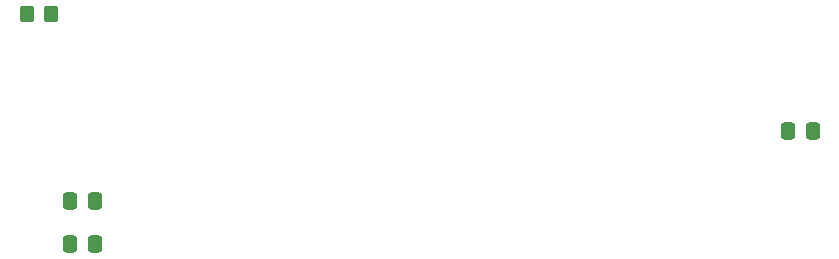
<source format=gbr>
G04 #@! TF.GenerationSoftware,KiCad,Pcbnew,(6.0.5)*
G04 #@! TF.CreationDate,2022-10-25T10:43:50-03:00*
G04 #@! TF.ProjectId,MSX USB Drive,4d535820-5553-4422-9044-726976652e6b,rev?*
G04 #@! TF.SameCoordinates,Original*
G04 #@! TF.FileFunction,Paste,Bot*
G04 #@! TF.FilePolarity,Positive*
%FSLAX46Y46*%
G04 Gerber Fmt 4.6, Leading zero omitted, Abs format (unit mm)*
G04 Created by KiCad (PCBNEW (6.0.5)) date 2022-10-25 10:43:50*
%MOMM*%
%LPD*%
G01*
G04 APERTURE LIST*
G04 Aperture macros list*
%AMRoundRect*
0 Rectangle with rounded corners*
0 $1 Rounding radius*
0 $2 $3 $4 $5 $6 $7 $8 $9 X,Y pos of 4 corners*
0 Add a 4 corners polygon primitive as box body*
4,1,4,$2,$3,$4,$5,$6,$7,$8,$9,$2,$3,0*
0 Add four circle primitives for the rounded corners*
1,1,$1+$1,$2,$3*
1,1,$1+$1,$4,$5*
1,1,$1+$1,$6,$7*
1,1,$1+$1,$8,$9*
0 Add four rect primitives between the rounded corners*
20,1,$1+$1,$2,$3,$4,$5,0*
20,1,$1+$1,$4,$5,$6,$7,0*
20,1,$1+$1,$6,$7,$8,$9,0*
20,1,$1+$1,$8,$9,$2,$3,0*%
G04 Aperture macros list end*
%ADD10RoundRect,0.250000X0.337500X0.475000X-0.337500X0.475000X-0.337500X-0.475000X0.337500X-0.475000X0*%
%ADD11RoundRect,0.250000X-0.350000X-0.450000X0.350000X-0.450000X0.350000X0.450000X-0.350000X0.450000X0*%
G04 APERTURE END LIST*
D10*
X111147500Y-83250000D03*
X109072500Y-83250000D03*
X111147500Y-86950000D03*
X109072500Y-86950000D03*
D11*
X105410000Y-67470000D03*
X107410000Y-67470000D03*
D10*
X171930000Y-77400000D03*
X169855000Y-77400000D03*
M02*

</source>
